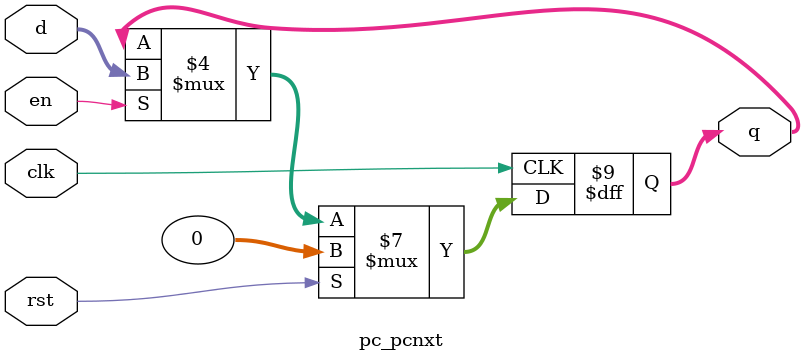
<source format=v>
`timescale 1ns/1ns

module pc_pcnxt(clk, rst,en ,q,d);

parameter n=32;

input clk,rst;
input [n-1:0] d;
input en;

output reg [n-1:0] q;

always @ (posedge clk)

  if(rst) begin
    q<=0;
  end
  else if (!en) begin
   q<=q;
 end
  else begin
    q<=d;
  end
  
endmodule

</source>
